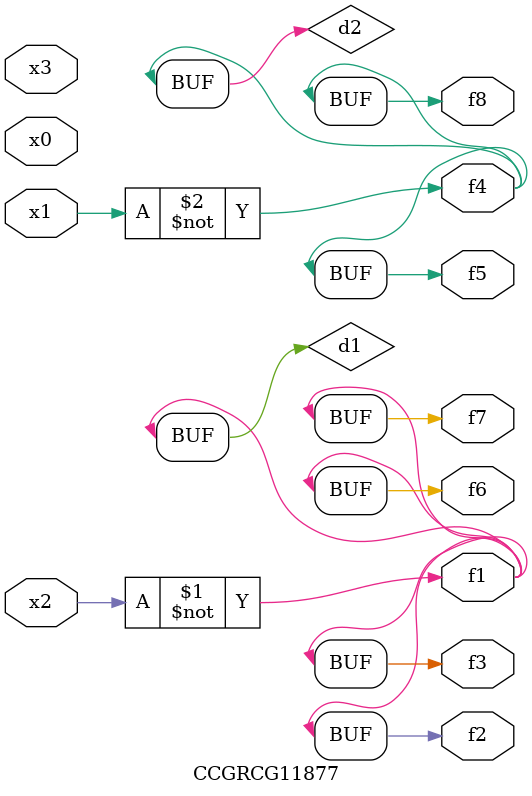
<source format=v>
module CCGRCG11877(
	input x0, x1, x2, x3,
	output f1, f2, f3, f4, f5, f6, f7, f8
);

	wire d1, d2;

	xnor (d1, x2);
	not (d2, x1);
	assign f1 = d1;
	assign f2 = d1;
	assign f3 = d1;
	assign f4 = d2;
	assign f5 = d2;
	assign f6 = d1;
	assign f7 = d1;
	assign f8 = d2;
endmodule

</source>
